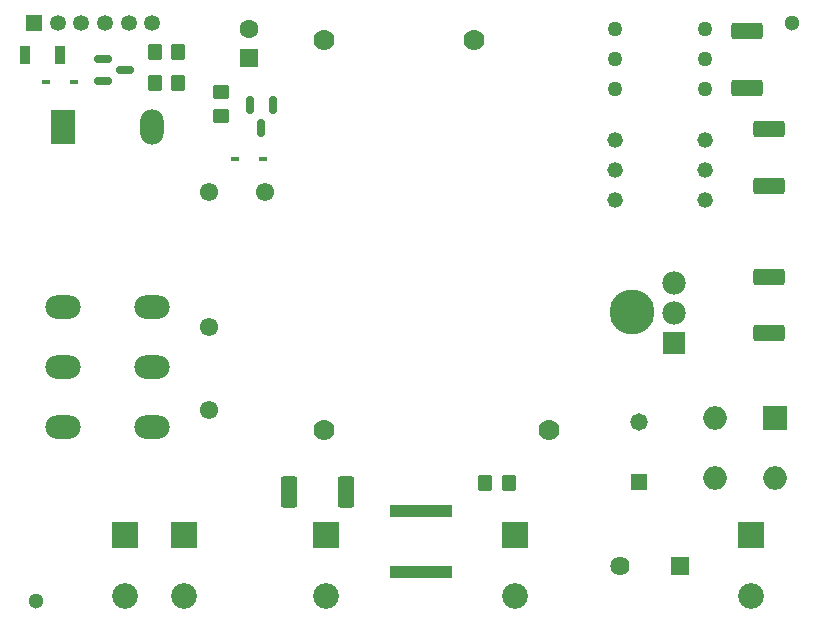
<source format=gbr>
%TF.GenerationSoftware,KiCad,Pcbnew,9.0.6-9.0.6~ubuntu24.04.1*%
%TF.CreationDate,2025-12-27T17:57:41+01:00*%
%TF.ProjectId,hv_board,68765f62-6f61-4726-942e-6b696361645f,rev?*%
%TF.SameCoordinates,Original*%
%TF.FileFunction,Soldermask,Top*%
%TF.FilePolarity,Negative*%
%FSLAX46Y46*%
G04 Gerber Fmt 4.6, Leading zero omitted, Abs format (unit mm)*
G04 Created by KiCad (PCBNEW 9.0.6-9.0.6~ubuntu24.04.1) date 2025-12-27 17:57:41*
%MOMM*%
%LPD*%
G01*
G04 APERTURE LIST*
G04 Aperture macros list*
%AMRoundRect*
0 Rectangle with rounded corners*
0 $1 Rounding radius*
0 $2 $3 $4 $5 $6 $7 $8 $9 X,Y pos of 4 corners*
0 Add a 4 corners polygon primitive as box body*
4,1,4,$2,$3,$4,$5,$6,$7,$8,$9,$2,$3,0*
0 Add four circle primitives for the rounded corners*
1,1,$1+$1,$2,$3*
1,1,$1+$1,$4,$5*
1,1,$1+$1,$6,$7*
1,1,$1+$1,$8,$9*
0 Add four rect primitives between the rounded corners*
20,1,$1+$1,$2,$3,$4,$5,0*
20,1,$1+$1,$4,$5,$6,$7,0*
20,1,$1+$1,$6,$7,$8,$9,0*
20,1,$1+$1,$8,$9,$2,$3,0*%
G04 Aperture macros list end*
%ADD10R,1.980000X1.980000*%
%ADD11C,1.980000*%
%ADD12R,5.350000X1.060000*%
%ADD13C,1.549400*%
%ADD14C,1.320800*%
%ADD15RoundRect,0.249999X1.075001X-0.450001X1.075001X0.450001X-1.075001X0.450001X-1.075001X-0.450001X0*%
%ADD16R,1.625600X1.625600*%
%ADD17C,1.625600*%
%ADD18R,2.000000X2.000000*%
%ADD19O,2.000000X2.000000*%
%ADD20RoundRect,0.250000X-0.350000X-0.450000X0.350000X-0.450000X0.350000X0.450000X-0.350000X0.450000X0*%
%ADD21C,3.810000*%
%ADD22C,1.270000*%
%ADD23R,2.175000X2.175000*%
%ADD24C,2.175000*%
%ADD25R,0.711200X0.406400*%
%ADD26RoundRect,0.249999X-0.450001X-1.075001X0.450001X-1.075001X0.450001X1.075001X-0.450001X1.075001X0*%
%ADD27O,3.000000X2.000000*%
%ADD28R,2.000000X3.000000*%
%ADD29O,2.000000X3.000000*%
%ADD30RoundRect,0.250000X0.350000X0.450000X-0.350000X0.450000X-0.350000X-0.450000X0.350000X-0.450000X0*%
%ADD31C,1.300000*%
%ADD32RoundRect,0.150000X-0.587500X-0.150000X0.587500X-0.150000X0.587500X0.150000X-0.587500X0.150000X0*%
%ADD33R,0.965200X1.600200*%
%ADD34RoundRect,0.250000X0.450000X-0.350000X0.450000X0.350000X-0.450000X0.350000X-0.450000X-0.350000X0*%
%ADD35RoundRect,0.250000X0.550000X-0.550000X0.550000X0.550000X-0.550000X0.550000X-0.550000X-0.550000X0*%
%ADD36C,1.600000*%
%ADD37RoundRect,0.249999X-1.075001X0.450001X-1.075001X-0.450001X1.075001X-0.450001X1.075001X0.450001X0*%
%ADD38C,1.778000*%
%ADD39R,1.473200X1.473200*%
%ADD40C,1.473200*%
%ADD41R,1.350000X1.350000*%
%ADD42C,1.350000*%
%ADD43RoundRect,0.150000X-0.150000X0.587500X-0.150000X-0.587500X0.150000X-0.587500X0.150000X0.587500X0*%
G04 APERTURE END LIST*
D10*
%TO.C,Q3*%
X171000000Y-81600000D03*
D11*
X171000000Y-79050000D03*
X171000000Y-76500000D03*
%TD*%
D12*
%TO.C,C1*%
X149600000Y-95800000D03*
X149600000Y-101000000D03*
%TD*%
D13*
%TO.C,U2*%
X131649500Y-87309100D03*
X131649500Y-80298700D03*
X136349500Y-68792500D03*
X131650500Y-68792500D03*
%TD*%
D14*
%TO.C,U5*%
X173610000Y-69540000D03*
X173610000Y-67000000D03*
X173610000Y-64460000D03*
X165990000Y-64460000D03*
X165990000Y-67000000D03*
X165990000Y-69540000D03*
%TD*%
D15*
%TO.C,R6*%
X179000000Y-80800000D03*
X179000000Y-76000000D03*
%TD*%
D16*
%TO.C,F1*%
X171500000Y-100500000D03*
D17*
X166420000Y-100500000D03*
%TD*%
D18*
%TO.C,D1*%
X179545000Y-87975000D03*
D19*
X174465000Y-87975000D03*
X174465000Y-93055000D03*
X179545000Y-93055000D03*
%TD*%
D20*
%TO.C,R1*%
X127000000Y-59600000D03*
X129000000Y-59600000D03*
%TD*%
D15*
%TO.C,R5*%
X179045000Y-68300000D03*
X179045000Y-63500000D03*
%TD*%
D21*
%TO.C,H1*%
X167400000Y-79000000D03*
%TD*%
D22*
%TO.C,U7*%
X165990000Y-55060000D03*
X165990000Y-57600000D03*
X165990000Y-60140000D03*
X173610000Y-60140000D03*
X173610000Y-57600000D03*
X173610000Y-55060000D03*
%TD*%
D23*
%TO.C,FA1*%
X177500000Y-97900000D03*
D24*
X177500000Y-103000000D03*
%TD*%
D23*
%TO.C,FA11*%
X124500000Y-97900000D03*
D24*
X124500000Y-103000000D03*
%TD*%
D25*
%TO.C,U3*%
X117806200Y-59500000D03*
X120193800Y-59500000D03*
%TD*%
D26*
%TO.C,R11*%
X138400000Y-94200000D03*
X143200000Y-94200000D03*
%TD*%
D27*
%TO.C,K1*%
X126750000Y-83650000D03*
X119250000Y-83650000D03*
X126750000Y-78610000D03*
X119250000Y-78610000D03*
X126750000Y-88690000D03*
X119250000Y-88690000D03*
D28*
X119250000Y-63350000D03*
D29*
X126750000Y-63350000D03*
%TD*%
D30*
%TO.C,R7*%
X157000000Y-93500000D03*
X155000000Y-93500000D03*
%TD*%
D31*
%TO.C,REF\u002A\u002A*%
X117000000Y-103500000D03*
%TD*%
D32*
%TO.C,Q1*%
X122625000Y-57550000D03*
X122625000Y-59450000D03*
X124500000Y-58500000D03*
%TD*%
D33*
%TO.C,F4*%
X119000000Y-57200000D03*
X116053600Y-57200000D03*
%TD*%
D34*
%TO.C,R8*%
X132600000Y-62400000D03*
X132600000Y-60400000D03*
%TD*%
D23*
%TO.C,FA4*%
X157500000Y-97900000D03*
D24*
X157500000Y-103000000D03*
%TD*%
D23*
%TO.C,FA10*%
X129500000Y-97900000D03*
D24*
X129500000Y-103000000D03*
%TD*%
D35*
%TO.C,C3*%
X135000000Y-57500000D03*
D36*
X135000000Y-55000000D03*
%TD*%
D37*
%TO.C,R9*%
X177200000Y-55200000D03*
X177200000Y-60000000D03*
%TD*%
D23*
%TO.C,FA7*%
X141500000Y-97900000D03*
D24*
X141500000Y-103000000D03*
%TD*%
D20*
%TO.C,R28*%
X127000000Y-57000000D03*
X129000000Y-57000000D03*
%TD*%
D31*
%TO.C,REF\u002A\u002A*%
X181000000Y-54500000D03*
%TD*%
D38*
%TO.C,U1*%
X141340000Y-89010000D03*
X160390000Y-89010000D03*
X141340000Y-55990000D03*
X154040000Y-55990000D03*
%TD*%
D39*
%TO.C,F2*%
X168000000Y-93405000D03*
D40*
X168000000Y-88325000D03*
%TD*%
D41*
%TO.C,J6*%
X116800000Y-54500000D03*
D42*
X118800000Y-54500000D03*
X120800000Y-54500000D03*
X122800000Y-54500000D03*
X124800000Y-54500000D03*
X126800000Y-54500000D03*
%TD*%
D25*
%TO.C,U4*%
X136193800Y-66000000D03*
X133806200Y-66000000D03*
%TD*%
D43*
%TO.C,Q2*%
X137000000Y-61500000D03*
X135100000Y-61500000D03*
X136050000Y-63375000D03*
%TD*%
M02*

</source>
